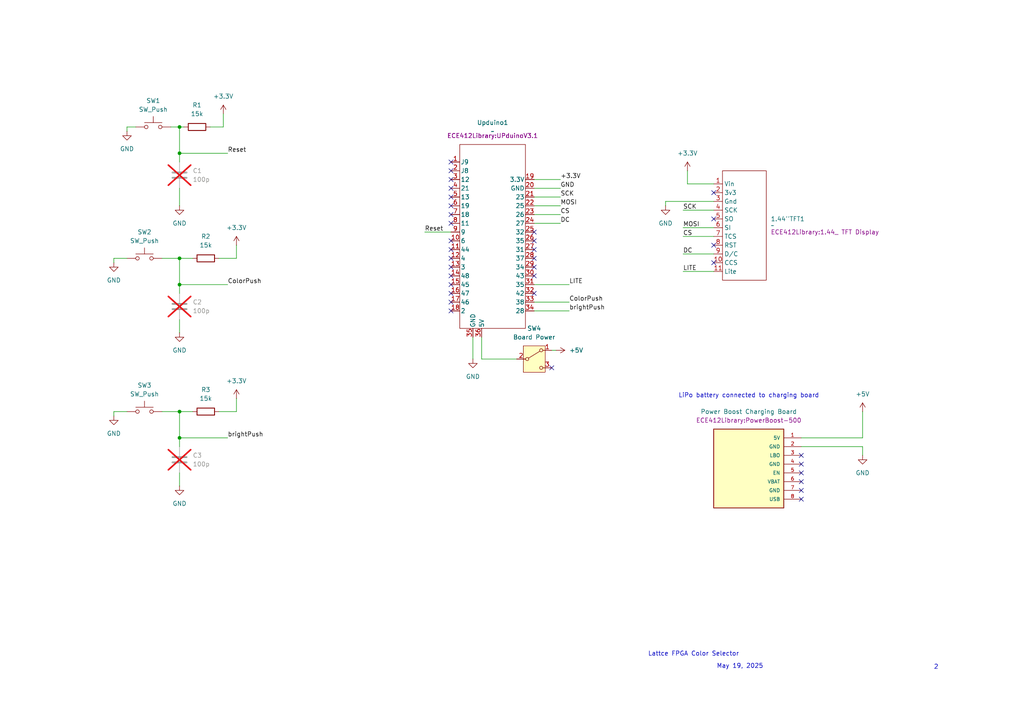
<source format=kicad_sch>
(kicad_sch (version 20250114) (generator "eeschema") (generator_version "9.0")
  (paper "A4")
  (lib_symbols
    (symbol "Device:C" (pin_numbers (hide yes)) (pin_names (offset 0.254))
      (property "Reference" "C" (at 0.635 2.54 0))
      (property "Value" "C" (at 0.635 -2.54 0))
      (symbol "C_0_1"
        (polyline (pts (xy -2.032 0.762) (xy 2.032 0.762)) (stroke (width 0.508)))
        (polyline (pts (xy -2.032 -0.762) (xy 2.032 -0.762)) (stroke (width 0.508)))
      )
      (symbol "C_1_1"
        (pin passive line (at 0 3.81 270) (length 2.794) (name "~") (number "1"))
        (pin passive line (at 0 -3.81 90) (length 2.794) (name "~") (number "2"))
      )
    )
    (symbol "Device:R" (pin_numbers (hide yes)) (pin_names (offset 0))
      (property "Reference" "R" (at 2.032 0 90))
      (property "Value" "R" (at 0 0 90))
      (symbol "R_0_1"
        (rectangle (start -1.016 -2.54) (end 1.016 2.54) (stroke (width 0.254)))
      )
      (symbol "R_1_1"
        (pin passive line (at 0 3.81 270) (length 1.27) (name "~") (number "1"))
        (pin passive line (at 0 -3.81 90) (length 1.27) (name "~") (number "2"))
      )
    )
    (symbol "New_Library:1.44''_TFT"
      (property "Reference" "1.44''TFT1" (at 10.16 22.8601 0))
      (property "Value" "~" (at 10.16 20.955 0))
      (property "Footprint" "1.44'' TFT:1.44'' TFT" (at 10.16 19.0501 0))
      (symbol "1.44''_TFT_0_1"
        (rectangle (start -3.81 36.83) (end 8.89 5.08))
      )
      (symbol "1.44''_TFT_1_1"
        (pin power_in line (at -6.35 33.02 0) (length 2.54) (name "Vin") (number "1"))
        (pin power_in line (at -6.35 30.48 0) (length 2.54) (name "3v3") (number "2"))
        (pin passive line (at -6.35 27.94 0) (length 2.54) (name "Gnd") (number "3"))
        (pin input line (at -6.35 25.4 0) (length 2.54) (name "SCK") (number "4"))
        (pin output line (at -6.35 22.86 0) (length 2.54) (name "SO") (number "5"))
        (pin input line (at -6.35 20.32 0) (length 2.54) (name "SI") (number "6"))
        (pin input line (at -6.35 17.78 0) (length 2.54) (name "TCS") (number "7"))
        (pin input line (at -6.35 15.24 0) (length 2.54) (name "RST") (number "8"))
        (pin input line (at -6.35 12.7 0) (length 2.54) (name "D/C") (number "9"))
        (pin input line (at -6.35 10.16 0) (length 2.54) (name "CCS") (number "10"))
        (pin input line (at -6.35 7.62 0) (length 2.54) (name "Lite") (number "11"))
      )
    )
    (symbol "New_Library:Updino_V2.1" (pin_names (offset 0.254))
      (property "Reference" "Upduino V2.1" (at -9.525 50.8 0))
      (property "Value" "~" (at -9.525 49.53 0))
      (property "Footprint" "Library:UPduino_v2.1_36pin_corrected" (at -9.525 48.26 0))
      (symbol "Updino_V2.1_0_1"
        (rectangle (start -19.05 45.72) (end 0 -7.62))
      )
      (symbol "Updino_V2.1_1_1"
        (pin bidirectional line (at -21.59 40.64 0) (length 2.54) (name "J9") (number "1"))
        (pin bidirectional line (at -21.59 38.1 0) (length 2.54) (name "J8") (number "2"))
        (pin bidirectional line (at -21.59 35.56 0) (length 2.54) (name "12") (number "3"))
        (pin bidirectional line (at -21.59 33.02 0) (length 2.54) (name "21") (number "4"))
        (pin bidirectional line (at -21.59 30.48 0) (length 2.54) (name "13") (number "5"))
        (pin bidirectional line (at -21.59 27.94 0) (length 2.54) (name "19") (number "6"))
        (pin bidirectional line (at -21.59 25.4 0) (length 2.54) (name "18") (number "7"))
        (pin bidirectional line (at -21.59 22.86 0) (length 2.54) (name "11") (number "8"))
        (pin bidirectional line (at -21.59 20.32 0) (length 2.54) (name "9") (number "9"))
        (pin bidirectional line (at -21.59 17.78 0) (length 2.54) (name "6") (number "10"))
        (pin bidirectional line (at -21.59 15.24 0) (length 2.54) (name "44") (number "11"))
        (pin bidirectional line (at -21.59 12.7 0) (length 2.54) (name "4") (number "12"))
        (pin bidirectional line (at -21.59 10.16 0) (length 2.54) (name "3") (number "13"))
        (pin bidirectional line (at -21.59 7.62 0) (length 2.54) (name "48") (number "14"))
        (pin bidirectional line (at -21.59 5.08 0) (length 2.54) (name "45") (number "15"))
        (pin bidirectional line (at -21.59 2.54 0) (length 2.54) (name "47") (number "16"))
        (pin bidirectional line (at -21.59 0 0) (length 2.54) (name "46") (number "17"))
        (pin bidirectional line (at -21.59 -2.54 0) (length 2.54) (name "2") (number "18"))
        (pin passive line (at -15.24 -10.16 90) (length 2.54) (name "GND") (number "35"))
        (pin power_in line (at -12.7 -10.16 90) (length 2.54) (name "5V") (number "36"))
        (pin power_out line (at 2.54 35.56 180) (length 2.54) (name "3.3V") (number "19"))
        (pin passive line (at 2.54 33.02 180) (length 2.54) (name "GND") (number "20"))
        (pin bidirectional line (at 2.54 30.48 180) (length 2.54) (name "23") (number "21"))
        (pin bidirectional line (at 2.54 27.94 180) (length 2.54) (name "25") (number "22"))
        (pin bidirectional line (at 2.54 25.4 180) (length 2.54) (name "26") (number "23"))
        (pin bidirectional line (at 2.54 22.86 180) (length 2.54) (name "27") (number "24"))
        (pin bidirectional line (at 2.54 20.32 180) (length 2.54) (name "32") (number "25"))
        (pin bidirectional line (at 2.54 17.78 180) (length 2.54) (name "35") (number "26"))
        (pin bidirectional line (at 2.54 15.24 180) (length 2.54) (name "31") (number "27"))
        (pin bidirectional line (at 2.54 12.7 180) (length 2.54) (name "37") (number "28"))
        (pin bidirectional line (at 2.54 10.16 180) (length 2.54) (name "34") (number "29"))
        (pin bidirectional line (at 2.54 7.62 180) (length 2.54) (name "43") (number "30"))
        (pin bidirectional line (at 2.54 5.08 180) (length 2.54) (name "35") (number "31"))
        (pin bidirectional line (at 2.54 2.54 180) (length 2.54) (name "42") (number "32"))
        (pin bidirectional line (at 2.54 0 180) (length 2.54) (name "38") (number "33"))
        (pin bidirectional line (at 2.54 -2.54 180) (length 2.54) (name "28") (number "34"))
      )
    )
    (symbol "PowerBoost 500 Charger:2465" (pin_names (offset 1.016))
      (property "Reference" "U1" (at 0 17.78 0))
      (property "Value" "2465" (at 0 15.24 0))
      (property "Footprint" "Library:MODULE_PowerBoost 500 Charger" (at 0 12.7 0))
      (symbol "2465_0_0"
        (rectangle (start -10.16 -12.7) (end 10.16 10.16) (stroke (width 0.254)) (fill (type background)))
      )
      (symbol "2465_1_0"
        (pin power_out line (at 15.24 7.62 180) (length 5.08) (name "5V") (number "1"))
        (pin passive line (at 15.24 5.08 180) (length 5.08) (name "GND") (number "2"))
        (pin power_in line (at 15.24 2.54 180) (length 5.08) (name "LBO") (number "3"))
        (pin power_in line (at 15.24 0 180) (length 5.08) (name "GND") (number "4"))
        (pin input line (at 15.24 -2.54 180) (length 5.08) (name "EN") (number "5"))
        (pin output line (at 15.24 -5.08 180) (length 5.08) (name "VBAT") (number "6"))
        (pin power_in line (at 15.24 -7.62 180) (length 5.08) (name "GND") (number "7"))
        (pin power_in line (at 15.24 -10.16 180) (length 5.08) (name "USB") (number "8"))
      )
    )
    (symbol "Switch:SW_Push" (pin_numbers (hide yes)) (pin_names (offset 1.016) (hide yes))
      (property "Reference" "SW" (at 1.27 2.54 0))
      (property "Value" "SW_Push" (at 0 -1.524 0))
      (symbol "SW_Push_0_1"
        (circle (center -2.032 0) (radius 0.508))
        (polyline (pts (xy 0 1.27) (xy 0 3.048)))
        (circle (center 2.032 0) (radius 0.508))
        (polyline (pts (xy 2.54 1.27) (xy -2.54 1.27)))
        (pin passive line (at -5.08 0 0) (length 2.54) (name "1") (number "1"))
        (pin passive line (at 5.08 0 180) (length 2.54) (name "2") (number "2"))
      )
    )
    (symbol "Switch:SW_SPDT" (pin_names (offset 0) (hide yes))
      (property "Reference" "SW" (at 0 5.08 0))
      (property "Value" "SW_SPDT" (at 0 -5.08 0))
      (symbol "SW_SPDT_0_1"
        (circle (center -2.032 0) (radius 0.4572))
        (polyline (pts (xy -1.651 0.254) (xy 1.651 2.286)))
        (circle (center 2.032 2.54) (radius 0.4572))
        (circle (center 2.032 -2.54) (radius 0.4572))
      )
      (symbol "SW_SPDT_1_1"
        (rectangle (start -3.175 3.81) (end 3.175 -3.81) (fill (type background)))
        (pin passive line (at -5.08 0 0) (length 2.54) (name "B") (number "2"))
        (pin passive line (at 5.08 2.54 180) (length 2.54) (name "A") (number "1"))
        (pin passive line (at 5.08 -2.54 180) (length 2.54) (name "C") (number "3"))
      )
    )
    (symbol "power:+3.3V" (power) (pin_numbers (hide yes)) (pin_names (offset 0) (hide yes))
      (property "Value" "+3.3V" (at 0 3.556 0))
      (symbol "+3.3V_0_1"
        (polyline (pts (xy -0.762 1.27) (xy 0 2.54)))
        (polyline (pts (xy 0 2.54) (xy 0.762 1.27)))
        (polyline (pts (xy 0 0) (xy 0 2.54)))
      )
      (symbol "+3.3V_1_1"
        (pin power_in line (at 0 0 90) (length 0) (name "~") (number "1"))
      )
    )
    (symbol "power:+5V" (power) (pin_numbers (hide yes)) (pin_names (offset 0) (hide yes))
      (property "Value" "+5V" (at 0 3.556 0))
      (symbol "+5V_0_1"
        (polyline (pts (xy -0.762 1.27) (xy 0 2.54)))
        (polyline (pts (xy 0 2.54) (xy 0.762 1.27)))
        (polyline (pts (xy 0 0) (xy 0 2.54)))
      )
      (symbol "+5V_1_1"
        (pin power_in line (at 0 0 90) (length 0) (name "~") (number "1"))
      )
    )
    (symbol "power:GND" (power) (pin_numbers (hide yes)) (pin_names (offset 0) (hide yes))
      (property "Value" "GND" (at 0 -3.81 0))
      (symbol "GND_0_1"
        (polyline (pts (xy 0 0) (xy 0 -1.27) (xy 1.27 -1.27) (xy 0 -2.54) (xy -1.27 -1.27) (xy 0 -1.27)))
      )
      (symbol "GND_1_1"
        (pin power_in line (at 0 0 270) (length 0) (name "~") (number "1"))
      )
    )
  )
  (text "2" (at 271.526 193.548 0) (effects (font (size 1.27 1.27))))
  (text "Lattce FPGA Color Selector" (at 201.168 189.738 0) (effects (font (size 1.27 1.27))))
  (text "LiPo battery connected to charging board \n" (at 217.678 114.808 0) (effects (font (size 1.27 1.27))))
  (text "May 19, 2025" (at 214.63 193.294 0) (effects (font (size 1.27 1.27))))
  (junction (at 52.07 82.55))
  (junction (at 52.07 44.45))
  (junction (at 52.07 119.38))
  (junction (at 52.07 127))
  (junction (at 52.07 74.93))
  (junction (at 52.07 36.83))
  (no_connect (at 154.94 85.09))
  (no_connect (at 130.81 74.93))
  (no_connect (at 130.81 85.09))
  (no_connect (at 154.94 80.01))
  (no_connect (at 207.01 76.2))
  (no_connect (at 154.94 72.39))
  (no_connect (at 154.94 67.31))
  (no_connect (at 130.81 77.47))
  (no_connect (at 130.81 57.15))
  (no_connect (at 232.41 132.08))
  (no_connect (at 130.81 52.07))
  (no_connect (at 130.81 82.55))
  (no_connect (at 207.01 71.12))
  (no_connect (at 232.41 144.78))
  (no_connect (at 154.94 69.85))
  (no_connect (at 207.01 55.88))
  (no_connect (at 130.81 64.77))
  (no_connect (at 130.81 69.85))
  (no_connect (at 154.94 74.93))
  (no_connect (at 232.41 142.24))
  (no_connect (at 130.81 62.23))
  (no_connect (at 130.81 87.63))
  (no_connect (at 232.41 134.62))
  (no_connect (at 130.81 59.69))
  (no_connect (at 232.41 139.7))
  (no_connect (at 154.94 77.47))
  (no_connect (at 130.81 46.99))
  (no_connect (at 130.81 90.17))
  (no_connect (at 232.41 137.16))
  (no_connect (at 130.81 72.39))
  (no_connect (at 130.81 54.61))
  (no_connect (at 160.02 106.68))
  (no_connect (at 130.81 80.01))
  (no_connect (at 130.81 49.53))
  (no_connect (at 207.01 63.5))
  (wire (pts (xy 52.07 54.61) (xy 52.07 59.69)))
  (wire (pts (xy 52.07 92.71) (xy 52.07 96.52)))
  (wire (pts (xy 52.07 36.83) (xy 53.34 36.83)))
  (wire (pts (xy 250.19 129.54) (xy 232.41 129.54)))
  (wire (pts (xy 52.07 119.38) (xy 55.88 119.38)))
  (wire (pts (xy 198.12 60.96) (xy 207.01 60.96)))
  (wire (pts (xy 250.19 119.38) (xy 250.19 127)))
  (wire (pts (xy 68.58 115.57) (xy 68.58 119.38)))
  (wire (pts (xy 139.7 104.14) (xy 149.86 104.14)))
  (wire (pts (xy 52.07 119.38) (xy 52.07 127)))
  (wire (pts (xy 199.39 53.34) (xy 207.01 53.34)))
  (wire (pts (xy 52.07 36.83) (xy 52.07 44.45)))
  (wire (pts (xy 68.58 71.12) (xy 68.58 74.93)))
  (wire (pts (xy 250.19 129.54) (xy 250.19 132.08)))
  (wire (pts (xy 36.83 36.83) (xy 36.83 38.1)))
  (wire (pts (xy 36.83 74.93) (xy 33.02 74.93)))
  (wire (pts (xy 52.07 127) (xy 52.07 129.54)))
  (wire (pts (xy 33.02 119.38) (xy 33.02 120.65)))
  (wire (pts (xy 52.07 74.93) (xy 55.88 74.93)))
  (wire (pts (xy 52.07 44.45) (xy 66.04 44.45)))
  (wire (pts (xy 139.7 104.14) (xy 139.7 97.79)))
  (wire (pts (xy 64.77 33.02) (xy 64.77 36.83)))
  (wire (pts (xy 64.77 36.83) (xy 60.96 36.83)))
  (wire (pts (xy 36.83 119.38) (xy 33.02 119.38)))
  (wire (pts (xy 162.56 57.15) (xy 154.94 57.15)))
  (wire (pts (xy 137.16 97.79) (xy 137.16 104.14)))
  (wire (pts (xy 52.07 137.16) (xy 52.07 140.97)))
  (wire (pts (xy 49.53 36.83) (xy 52.07 36.83)))
  (wire (pts (xy 193.04 58.42) (xy 193.04 59.69)))
  (wire (pts (xy 198.12 66.04) (xy 207.01 66.04)))
  (wire (pts (xy 162.56 52.07) (xy 154.94 52.07)))
  (wire (pts (xy 162.56 64.77) (xy 154.94 64.77)))
  (wire (pts (xy 154.94 82.55) (xy 165.1 82.55)))
  (wire (pts (xy 198.12 78.74) (xy 207.01 78.74)))
  (wire (pts (xy 52.07 82.55) (xy 66.04 82.55)))
  (wire (pts (xy 52.07 82.55) (xy 52.07 85.09)))
  (wire (pts (xy 46.99 74.93) (xy 52.07 74.93)))
  (wire (pts (xy 165.1 87.63) (xy 154.94 87.63)))
  (wire (pts (xy 123.19 67.31) (xy 130.81 67.31)))
  (wire (pts (xy 68.58 119.38) (xy 63.5 119.38)))
  (wire (pts (xy 193.04 58.42) (xy 207.01 58.42)))
  (wire (pts (xy 39.37 36.83) (xy 36.83 36.83)))
  (wire (pts (xy 160.02 101.6) (xy 161.29 101.6)))
  (wire (pts (xy 162.56 54.61) (xy 154.94 54.61)))
  (wire (pts (xy 33.02 74.93) (xy 33.02 76.2)))
  (wire (pts (xy 165.1 90.17) (xy 154.94 90.17)))
  (wire (pts (xy 52.07 127) (xy 66.04 127)))
  (wire (pts (xy 52.07 74.93) (xy 52.07 82.55)))
  (wire (pts (xy 162.56 62.23) (xy 154.94 62.23)))
  (wire (pts (xy 68.58 74.93) (xy 63.5 74.93)))
  (wire (pts (xy 162.56 59.69) (xy 154.94 59.69)))
  (wire (pts (xy 52.07 44.45) (xy 52.07 46.99)))
  (wire (pts (xy 198.12 68.58) (xy 207.01 68.58)))
  (wire (pts (xy 250.19 127) (xy 232.41 127)))
  (wire (pts (xy 199.39 49.53) (xy 199.39 53.34)))
  (wire (pts (xy 198.12 73.66) (xy 207.01 73.66)))
  (wire (pts (xy 46.99 119.38) (xy 52.07 119.38)))
  (label "SCK" (at 162.56 57.15 0))
  (label "CS" (at 162.56 62.23 0))
  (label "SCK" (at 198.12 60.96 0))
  (label "MOSI" (at 162.56 59.69 0))
  (label "brightPush" (at 165.1 90.17 0))
  (label "GND" (at 162.56 54.61 0))
  (label "LITE" (at 198.12 78.74 0))
  (label "CS" (at 198.12 68.58 0))
  (label "ColorPush" (at 165.1 87.63 0))
  (label "ColorPush" (at 66.04 82.55 0))
  (label "brightPush" (at 66.04 127 0))
  (label "Reset" (at 123.19 67.31 0))
  (label "DC" (at 162.56 64.77 0))
  (label "+3.3V" (at 162.56 52.07 0))
  (label "DC" (at 198.12 73.66 0))
  (label "Reset" (at 66.04 44.45 0))
  (label "LITE" (at 165.1 82.55 0))
  (label "MOSI" (at 198.12 66.04 0))
  (symbol (lib_id "power:GND") (at 36.83 38.1 0) (unit 1)
    (property "Reference" "#PWR07" (effects (hide yes)))
    (property "Value" "GND" (at 36.83 43.18 0))
    (property "Description" "Power symbol creates a global label with name \"GND\" , ground" (effects (hide yes)))
  )
  (symbol (lib_id "Device:R") (at 59.69 74.93 270) (unit 1)
    (property "Reference" "R2" (at 59.69 68.58 90))
    (property "Value" "15k" (at 59.69 71.12 90))
    (property "Footprint" "Resistor_SMD:R_0805_2012Metric" (effects (hide yes)))
    (property "Description" "Resistor" (effects (hide yes)))
  )
  (symbol (lib_id "power:GND") (at 33.02 120.65 0) (unit 1)
    (property "Reference" "#PWR016" (effects (hide yes)))
    (property "Value" "GND" (at 33.02 125.73 0))
    (property "Description" "Power symbol creates a global label with name \"GND\" , ground" (effects (hide yes)))
  )
  (symbol (lib_id "New_Library:1.44''_TFT") (at 213.36 86.36 0) (unit 1)
    (property "Reference" "1.44''TFT1" (at 223.52 63.4999 0) (effects (justify left)))
    (property "Value" "~" (at 223.52 65.405 0) (effects (justify left)))
    (property "Footprint" "ECE412Library:1.44_ TFT Display" (at 223.52 67.3099 0) (effects (justify left)))
  )
  (symbol (lib_id "Device:C") (at 52.07 133.35 0) (unit 1) (dnp yes)
    (property "Reference" "C3" (at 55.88 132.0799 0) (effects (justify left)))
    (property "Value" "100p" (at 55.88 134.6199 0) (effects (justify left)))
    (property "Footprint" "Capacitor_SMD:C_0805_2012Metric" (effects (hide yes)))
    (property "Description" "Unpolarized capacitor" (effects (hide yes)))
  )
  (symbol (lib_id "power:GND") (at 52.07 96.52 0) (unit 1)
    (property "Reference" "#PWR010" (effects (hide yes)))
    (property "Value" "GND" (at 52.07 101.6 0))
    (property "Description" "Power symbol creates a global label with name \"GND\" , ground" (effects (hide yes)))
  )
  (symbol (lib_id "power:+3.3V") (at 64.77 33.02 0) (unit 1)
    (property "Reference" "#PWR01" (effects (hide yes)))
    (property "Value" "+3.3V" (at 64.77 27.94 0))
    (property "Description" "Power symbol creates a global label with name \"+3.3V\"" (effects (hide yes)))
  )
  (symbol (lib_id "power:+5V") (at 250.19 119.38 0) (unit 1)
    (property "Reference" "#PWR015" (effects (hide yes)))
    (property "Value" "+5V" (at 250.19 114.3 0))
    (property "Description" "Power symbol creates a global label with name \"+5V\"" (effects (hide yes)))
  )
  (symbol (lib_id "power:+5V") (at 161.29 101.6 270) (unit 1)
    (property "Reference" "#PWR04" (effects (hide yes)))
    (property "Value" "+5V" (at 165.1 101.5999 90) (effects (justify left)))
    (property "Description" "Power symbol creates a global label with name \"+5V\"" (effects (hide yes)))
  )
  (symbol (lib_id "power:+3.3V") (at 68.58 115.57 0) (unit 1)
    (property "Reference" "#PWR018" (effects (hide yes)))
    (property "Value" "+3.3V" (at 68.58 110.49 0))
    (property "Description" "Power symbol creates a global label with name \"+3.3V\"" (effects (hide yes)))
  )
  (symbol (lib_id "Switch:SW_Push") (at 41.91 119.38 0) (unit 1)
    (property "Reference" "SW3" (at 41.91 111.76 0))
    (property "Value" "SW_Push" (at 41.91 114.3 0))
    (property "Footprint" "Button_Switch_THT:SW_PUSH_6mm" (effects (hide yes)))
    (property "Description" "Push button switch, generic, two pins" (effects (hide yes)))
  )
  (symbol (lib_id "power:GND") (at 193.04 59.69 0) (unit 1)
    (property "Reference" "#PWR013" (effects (hide yes)))
    (property "Value" "GND" (at 193.04 64.77 0))
    (property "Description" "Power symbol creates a global label with name \"GND\" , ground" (effects (hide yes)))
  )
  (symbol (lib_id "Switch:SW_SPDT") (at 154.94 104.14 0) (unit 1)
    (property "Reference" "SW4" (at 154.94 95.25 0))
    (property "Value" "Board Power" (at 154.94 97.79 0))
    (property "Footprint" "Button_Switch_THT:SW_Slide-03_Wuerth-WS-SLTV_10x2.5x6.4_P2.54mm" (effects (hide yes)))
    (property "Description" "Switch, single pole double throw" (effects (hide yes)))
  )
  (symbol (lib_id "power:GND") (at 250.19 132.08 0) (unit 1)
    (property "Reference" "#PWR014" (effects (hide yes)))
    (property "Value" "GND" (at 250.19 137.16 0))
    (property "Description" "Power symbol creates a global label with name \"GND\" , ground" (effects (hide yes)))
  )
  (symbol (lib_id "Device:R") (at 57.15 36.83 270) (unit 1)
    (property "Reference" "R1" (at 57.15 30.48 90))
    (property "Value" "15k" (at 57.15 33.02 90))
    (property "Footprint" "Resistor_SMD:R_0805_2012Metric" (effects (hide yes)))
    (property "Description" "Resistor" (effects (hide yes)))
  )
  (symbol (lib_id "Switch:SW_Push") (at 41.91 74.93 0) (unit 1)
    (property "Reference" "SW2" (at 41.91 67.31 0))
    (property "Value" "SW_Push" (at 41.91 69.85 0))
    (property "Footprint" "Button_Switch_THT:SW_PUSH_6mm" (effects (hide yes)))
    (property "Description" "Push button switch, generic, two pins" (effects (hide yes)))
  )
  (symbol (lib_id "power:GND") (at 33.02 76.2 0) (unit 1)
    (property "Reference" "#PWR08" (effects (hide yes)))
    (property "Value" "GND" (at 33.02 81.28 0))
    (property "Description" "Power symbol creates a global label with name \"GND\" , ground" (effects (hide yes)))
  )
  (symbol (lib_id "Device:R") (at 59.69 119.38 270) (unit 1)
    (property "Reference" "R3" (at 59.69 113.03 90))
    (property "Value" "15k" (at 59.69 115.57 90))
    (property "Footprint" "Resistor_SMD:R_0805_2012Metric" (effects (hide yes)))
    (property "Description" "Resistor" (effects (hide yes)))
  )
  (symbol (lib_id "PowerBoost 500 Charger:2465") (at 217.17 134.62 0) (unit 1)
    (property "Reference" "U1" (effects (hide yes)))
    (property "Value" "Power Boost Charging Board" (at 217.17 119.38 0))
    (property "Footprint" "ECE412Library:PowerBoost-500" (at 217.17 121.92 0))
    (property "PARTREV" "B" (effects (hide yes)))
    (property "MP" "2465" (effects (hide yes)))
  )
  (symbol (lib_id "Device:C") (at 52.07 88.9 0) (unit 1) (dnp yes)
    (property "Reference" "C2" (at 55.88 87.6299 0) (effects (justify left)))
    (property "Value" "100p" (at 55.88 90.1699 0) (effects (justify left)))
    (property "Footprint" "Capacitor_SMD:C_0805_2012Metric" (effects (hide yes)))
    (property "Description" "Unpolarized capacitor" (effects (hide yes)))
  )
  (symbol (lib_id "Switch:SW_Push") (at 44.45 36.83 0) (unit 1)
    (property "Reference" "SW1" (at 44.45 29.21 0))
    (property "Value" "SW_Push" (at 44.45 31.75 0))
    (property "Footprint" "Button_Switch_THT:SW_PUSH_6mm" (effects (hide yes)))
    (property "Description" "Push button switch, generic, two pins" (effects (hide yes)))
  )
  (symbol (lib_id "power:GND") (at 52.07 59.69 0) (unit 1)
    (property "Reference" "#PWR05" (effects (hide yes)))
    (property "Value" "GND" (at 52.07 64.77 0))
    (property "Description" "Power symbol creates a global label with name \"GND\" , ground" (effects (hide yes)))
  )
  (symbol (lib_id "power:+3.3V") (at 199.39 49.53 0) (mirror y) (unit 1)
    (property "Reference" "#PWR03" (effects (hide yes)))
    (property "Value" "+3.3V" (at 199.39 44.45 0))
    (property "Description" "Power symbol creates a global label with name \"+3.3V\"" (effects (hide yes)))
  )
  (symbol (lib_id "power:GND") (at 137.16 104.14 0) (unit 1)
    (property "Reference" "#PWR011" (effects (hide yes)))
    (property "Value" "GND" (at 137.16 109.22 0))
    (property "Description" "Power symbol creates a global label with name \"GND\" , ground" (effects (hide yes)))
  )
  (symbol (lib_id "power:GND") (at 52.07 140.97 0) (unit 1)
    (property "Reference" "#PWR017" (effects (hide yes)))
    (property "Value" "GND" (at 52.07 146.05 0))
    (property "Description" "Power symbol creates a global label with name \"GND\" , ground" (effects (hide yes)))
  )
  (symbol (lib_id "power:+3.3V") (at 68.58 71.12 0) (unit 1)
    (property "Reference" "#PWR02" (effects (hide yes)))
    (property "Value" "+3.3V" (at 68.58 66.04 0))
    (property "Description" "Power symbol creates a global label with name \"+3.3V\"" (effects (hide yes)))
  )
  (symbol (lib_id "New_Library:Updino_V2.1") (at 152.4 87.63 0) (unit 1)
    (property "Reference" "Upduino1" (at 142.875 35.56 0))
    (property "Value" "~" (at 142.875 38.1 0))
    (property "Footprint" "ECE412Library:UPduinoV3.1" (at 142.875 39.37 0))
  )
  (symbol (lib_id "Device:C") (at 52.07 50.8 0) (unit 1) (dnp yes)
    (property "Reference" "C1" (at 55.88 49.5299 0) (effects (justify left)))
    (property "Value" "100p" (at 55.88 52.0699 0) (effects (justify left)))
    (property "Footprint" "Capacitor_SMD:C_0805_2012Metric" (effects (hide yes)))
    (property "Description" "Unpolarized capacitor" (effects (hide yes)))
  )
)
</source>
